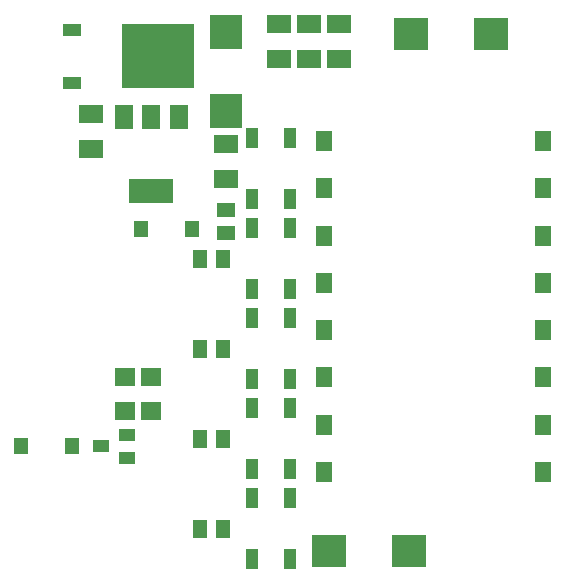
<source format=gbr>
G04 EAGLE Gerber RS-274X export*
G75*
%MOMM*%
%FSLAX34Y34*%
%LPD*%
%INSolderpaste Top*%
%IPPOS*%
%AMOC8*
5,1,8,0,0,1.08239X$1,22.5*%
G01*
%ADD10R,2.000000X1.500000*%
%ADD11R,2.950000X2.700000*%
%ADD12R,1.300000X1.500000*%
%ADD13R,1.500000X1.300000*%
%ADD14R,2.700000X2.950000*%
%ADD15R,1.270000X1.470000*%
%ADD16R,1.000000X1.651000*%
%ADD17R,1.500000X2.000000*%
%ADD18R,3.800000X2.000000*%
%ADD19R,6.200000X5.400000*%
%ADD20R,1.600000X1.000000*%
%ADD21R,1.803000X1.600000*%
%ADD22R,1.400000X1.000000*%
%ADD23R,1.400000X1.800000*%


D10*
X317500Y516650D03*
X317500Y486650D03*
X292100Y516650D03*
X292100Y486650D03*
X266700Y516650D03*
X266700Y486650D03*
D11*
X376650Y69850D03*
X309150Y69850D03*
X446500Y508000D03*
X379000Y508000D03*
D12*
X200050Y241300D03*
X219050Y241300D03*
X200050Y165100D03*
X219050Y165100D03*
X200050Y88900D03*
X219050Y88900D03*
D13*
X222250Y358750D03*
X222250Y339750D03*
D12*
X200050Y317500D03*
X219050Y317500D03*
D10*
X222250Y385050D03*
X222250Y415050D03*
X107950Y440450D03*
X107950Y410450D03*
D14*
X222250Y510000D03*
X222250Y442500D03*
D15*
X48350Y158750D03*
X91350Y158750D03*
D16*
X244350Y291730D03*
X244350Y343270D03*
X276350Y343270D03*
X276350Y291730D03*
X244350Y367930D03*
X244350Y419470D03*
X276350Y419470D03*
X276350Y367930D03*
X244350Y215530D03*
X244350Y267070D03*
X276350Y267070D03*
X276350Y215530D03*
X244350Y139330D03*
X244350Y190870D03*
X276350Y190870D03*
X276350Y139330D03*
X244350Y63130D03*
X244350Y114670D03*
X276350Y114670D03*
X276350Y63130D03*
D15*
X149950Y342900D03*
X192950Y342900D03*
D17*
X181750Y437900D03*
X158750Y437900D03*
X135750Y437900D03*
D18*
X158750Y374900D03*
D19*
X164700Y488950D03*
D20*
X91700Y511750D03*
X91700Y466150D03*
D21*
X158750Y188980D03*
X158750Y217420D03*
X136700Y217420D03*
X136700Y188980D03*
D22*
X116000Y158750D03*
X138000Y168250D03*
X138000Y149250D03*
D23*
X490650Y417250D03*
X490650Y377250D03*
X490650Y337250D03*
X490650Y297250D03*
X490650Y257250D03*
X490650Y217250D03*
X490650Y177250D03*
X490650Y137250D03*
X304650Y417250D03*
X304650Y377250D03*
X304650Y337250D03*
X304650Y297250D03*
X304650Y257250D03*
X304650Y217250D03*
X304650Y177250D03*
X304650Y137250D03*
M02*

</source>
